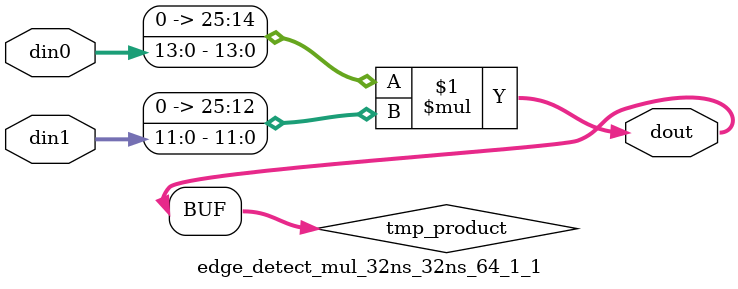
<source format=v>

`timescale 1 ns / 1 ps

  module edge_detect_mul_32ns_32ns_64_1_1(din0, din1, dout);
parameter ID = 1;
parameter NUM_STAGE = 0;
parameter din0_WIDTH = 14;
parameter din1_WIDTH = 12;
parameter dout_WIDTH = 26;

input [din0_WIDTH - 1 : 0] din0; 
input [din1_WIDTH - 1 : 0] din1; 
output [dout_WIDTH - 1 : 0] dout;

wire signed [dout_WIDTH - 1 : 0] tmp_product;










assign tmp_product = $signed({1'b0, din0}) * $signed({1'b0, din1});











assign dout = tmp_product;







endmodule

</source>
